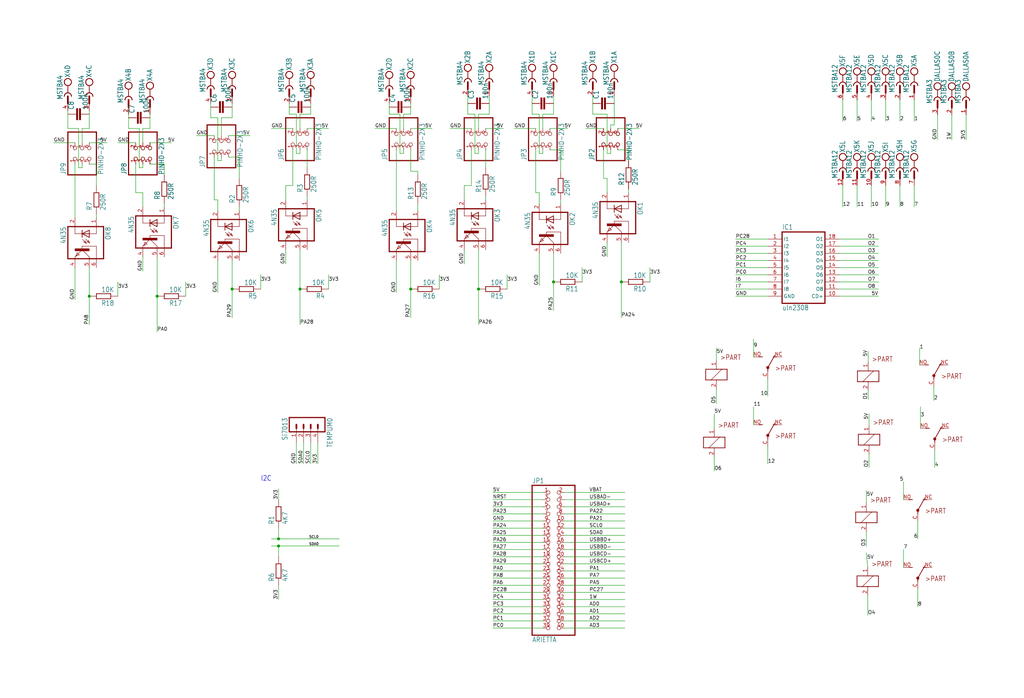
<source format=kicad_sch>
(kicad_sch (version 20220622) (generator eeschema)
  (paper "User" 364.185 248.463)
  (junction (at 31.75 105.41))
  (junction (at 82.55 102.87))
  (junction (at 220.98 100.33))
  (junction (at 170.18 102.87))
  (junction (at 55.88 105.41))
  (junction (at 146.05 102.87))
  (junction (at 99.06 194.31))
  (junction (at 106.68 102.87))
  (junction (at 99.06 191.77))
  (junction (at 196.85 100.33))
  (wire (pts (xy 55.88 105.41) (xy 55.88 118.11)))
  (wire (pts (xy 138.43 40.64) (xy 138.43 38.1)))
  (wire (pts (xy 106.68 88.9) (xy 106.68 102.87)))
  (wire (pts (xy 106.68 45.72) (xy 106.68 40.64)))
  (wire (pts (xy 99.06 194.31) (xy 96.52 194.31)))
  (wire (pts (xy 29.21 58.42) (xy 29.21 59.69)))
  (wire (pts (xy 31.75 45.72) (xy 29.21 45.72)))
  (wire (pts (xy 105.41 157.48) (xy 105.41 165.1)))
  (wire (pts (xy 200.66 210.82) (xy 222.25 210.82)))
  (wire (pts (xy 193.04 187.96) (xy 175.26 187.96)))
  (wire (pts (xy 254.7747 128.2319) (xy 254.7747 123.7869)))
  (wire (pts (xy 77.47 92.71) (xy 77.47 104.14)))
  (wire (pts (xy 29.21 59.69) (xy 27.94 59.69)))
  (wire (pts (xy 78.74 48.26) (xy 78.74 41.91)))
  (wire (pts (xy 109.22 53.34) (xy 109.22 59.69)))
  (wire (pts (xy 53.34 40.64) (xy 53.34 41.91)))
  (wire (pts (xy 146.05 40.64) (xy 146.05 38.1)))
  (wire (pts (xy 298.45 105.41) (xy 312.42 105.41)))
  (wire (pts (xy 172.72 59.69) (xy 172.72 53.34)))
  (wire (pts (xy 29.21 45.72) (xy 29.21 50.8)))
  (wire (pts (xy 143.51 45.72) (xy 143.51 40.64)))
  (wire (pts (xy 49.53 59.69) (xy 50.8 59.69)))
  (wire (pts (xy 48.26 68.58) (xy 48.26 58.42)))
  (wire (pts (xy 273.05 87.63) (xy 261.62 87.63)))
  (wire (pts (xy 82.55 41.91) (xy 82.55 38.1)))
  (wire (pts (xy 193.04 205.74) (xy 175.26 205.74)))
  (wire (pts (xy 196.85 90.17) (xy 196.85 100.33)))
  (wire (pts (xy 273.05 134.62) (xy 273.05 140.97)))
  (wire (pts (xy 104.14 53.34) (xy 104.14 66.04)))
  (wire (pts (xy 50.8 59.69) (xy 50.8 58.42)))
  (wire (pts (xy 172.72 45.72) (xy 179.07 45.72)))
  (wire (pts (xy 166.37 34.29) (xy 166.37 36.83)))
  (wire (pts (xy 26.67 58.42) (xy 26.67 77.47)))
  (wire (pts (xy 190.5 45.72) (xy 182.88 45.72)))
  (wire (pts (xy 314.96 35.56) (xy 314.96 43.18)))
  (wire (pts (xy 219.71 53.34) (xy 223.52 53.34)))
  (wire (pts (xy 172.72 71.12) (xy 172.72 69.85)))
  (wire (pts (xy 220.98 86.36) (xy 220.98 100.33)))
  (wire (pts (xy 193.04 177.8) (xy 175.26 177.8)))
  (wire (pts (xy 223.52 53.34) (xy 223.52 57.15)))
  (wire (pts (xy 321.31 177.8) (xy 321.31 171.45)))
  (wire (pts (xy 168.91 54.61) (xy 168.91 40.64)))
  (wire (pts (xy 106.68 54.61) (xy 105.41 54.61)))
  (wire (pts (xy 140.97 92.71) (xy 140.97 104.14)))
  (wire (pts (xy 27.94 59.69) (xy 27.94 45.72)))
  (wire (pts (xy 77.47 41.91) (xy 74.93 41.91)))
  (wire (pts (xy 106.68 40.64) (xy 110.49 40.64)))
  (wire (pts (xy 207.01 100.33) (xy 207.01 95.25)))
  (wire (pts (xy 189.23 36.83) (xy 189.23 40.64)))
  (wire (pts (xy 26.67 50.8) (xy 19.05 50.8)))
  (wire (pts (xy 105.41 40.64) (xy 102.87 40.64)))
  (wire (pts (xy 142.24 40.64) (xy 138.43 40.64)))
  (wire (pts (xy 27.94 45.72) (xy 24.13 45.72)))
  (wire (pts (xy 193.04 213.36) (xy 175.26 213.36)))
  (wire (pts (xy 214.63 53.34) (xy 214.63 63.5)))
  (wire (pts (xy 53.34 58.42) (xy 58.42 58.42)))
  (wire (pts (xy 173.99 40.64) (xy 173.99 36.83)))
  (wire (pts (xy 170.18 102.87) (xy 170.18 115.57)))
  (wire (pts (xy 195.58 53.34) (xy 199.39 53.34)))
  (wire (pts (xy 156.21 102.87) (xy 156.21 97.79)))
  (wire (pts (xy 193.04 218.44) (xy 175.26 218.44)))
  (wire (pts (xy 332.105 137.4775) (xy 332.105 142.5575)))
  (wire (pts (xy 195.58 45.72) (xy 201.93 45.72)))
  (wire (pts (xy 200.66 213.36) (xy 222.25 213.36)))
  (wire (pts (xy 215.9 54.61) (xy 217.17 54.61)))
  (wire (pts (xy 273.05 97.79) (xy 261.62 97.79)))
  (wire (pts (xy 218.44 44.45) (xy 217.17 44.45)))
  (wire (pts (xy 50.8 91.44) (xy 50.8 96.52)))
  (wire (pts (xy 298.45 90.17) (xy 312.42 90.17)))
  (wire (pts (xy 55.88 91.44) (xy 55.88 105.41)))
  (wire (pts (xy 77.47 57.15) (xy 77.47 41.91)))
  (wire (pts (xy 273.05 102.87) (xy 261.62 102.87)))
  (wire (pts (xy 106.68 102.87) (xy 106.68 115.57)))
  (wire (pts (xy 231.14 100.33) (xy 231.14 95.25)))
  (wire (pts (xy 193.04 200.66) (xy 175.26 200.66)))
  (wire (pts (xy 109.22 45.72) (xy 116.84 45.72)))
  (wire (pts (xy 82.55 102.87) (xy 82.55 113.03)))
  (wire (pts (xy 190.5 68.58) (xy 191.77 68.58)))
  (wire (pts (xy 200.66 205.74) (xy 222.25 205.74)))
  (wire (pts (xy 200.66 187.96) (xy 222.25 187.96)))
  (wire (pts (xy 146.05 60.96) (xy 148.59 60.96)))
  (wire (pts (xy 273.05 95.25) (xy 261.62 95.25)))
  (wire (pts (xy 308.5846 211.9249) (xy 308.6354 218.9734)))
  (wire (pts (xy 167.64 53.34) (xy 167.64 66.04)))
  (wire (pts (xy 148.59 60.96) (xy 148.59 62.23)))
  (wire (pts (xy 273.05 105.41) (xy 261.62 105.41)))
  (wire (pts (xy 165.1 66.04) (xy 165.1 71.12)))
  (wire (pts (xy 166.37 40.64) (xy 166.37 36.83)))
  (wire (pts (xy 173.99 34.29) (xy 173.99 36.83)))
  (wire (pts (xy 170.18 45.72) (xy 170.18 40.64)))
  (wire (pts (xy 193.04 175.26) (xy 175.26 175.26)))
  (wire (pts (xy 273.05 100.33) (xy 261.62 100.33)))
  (wire (pts (xy 325.12 35.56) (xy 325.12 43.18)))
  (wire (pts (xy 41.91 105.41) (xy 41.91 100.33)))
  (wire (pts (xy 200.66 208.28) (xy 222.25 208.28)))
  (wire (pts (xy 82.55 92.71) (xy 82.55 102.87)))
  (wire (pts (xy 77.47 71.12) (xy 77.47 74.93)))
  (wire (pts (xy 110.49 157.48) (xy 110.49 165.1)))
  (wire (pts (xy 200.66 185.42) (xy 222.25 185.42)))
  (wire (pts (xy 50.8 68.58) (xy 50.8 73.66)))
  (wire (pts (xy 99.06 187.96) (xy 99.06 191.77)))
  (wire (pts (xy 81.28 55.88) (xy 85.09 55.88)))
  (wire (pts (xy 85.09 55.88) (xy 85.09 63.5)))
  (wire (pts (xy 332.4225 160.02) (xy 332.4225 166.37)))
  (wire (pts (xy 214.63 45.72) (xy 208.28 45.72)))
  (wire (pts (xy 101.6 66.04) (xy 101.6 71.12)))
  (wire (pts (xy 193.04 210.82) (xy 175.26 210.82)))
  (wire (pts (xy 82.55 38.1) (xy 82.55 36.83)))
  (wire (pts (xy 66.04 105.41) (xy 66.04 100.33)))
  (wire (pts (xy 105.41 54.61) (xy 105.41 40.64)))
  (wire (pts (xy 273.05 158.75) (xy 273.05 165.1)))
  (wire (pts (xy 298.45 92.71) (xy 312.42 92.71)))
  (wire (pts (xy 193.04 223.52) (xy 175.26 223.52)))
  (wire (pts (xy 298.45 85.09) (xy 312.42 85.09)))
  (wire (pts (xy 215.9 40.64) (xy 215.9 54.61)))
  (wire (pts (xy 74.93 41.91) (xy 74.93 38.1)))
  (wire (pts (xy 193.04 193.04) (xy 175.26 193.04)))
  (wire (pts (xy 34.29 58.42) (xy 34.29 66.04)))
  (wire (pts (xy 99.06 177.8) (xy 99.06 173.99)))
  (wire (pts (xy 26.67 95.25) (xy 26.67 106.68)))
  (wire (pts (xy 110.49 36.83) (xy 110.49 38.1)))
  (wire (pts (xy 170.18 53.34) (xy 170.18 54.61)))
  (wire (pts (xy 180.34 102.87) (xy 180.34 97.79)))
  (wire (pts (xy 196.85 100.33) (xy 196.85 110.49)))
  (wire (pts (xy 191.77 40.64) (xy 191.77 54.61)))
  (wire (pts (xy 53.34 45.72) (xy 50.8 45.72)))
  (wire (pts (xy 31.75 50.8) (xy 38.1 50.8)))
  (wire (pts (xy 168.91 40.64) (xy 166.37 40.64)))
  (wire (pts (xy 107.95 157.48) (xy 107.95 165.1)))
  (wire (pts (xy 31.75 58.42) (xy 34.29 58.42)))
  (wire (pts (xy 193.04 45.72) (xy 193.04 40.64)))
  (wire (pts (xy 193.04 54.61) (xy 193.04 53.34)))
  (wire (pts (xy 321.31 201.93) (xy 321.31 195.58)))
  (wire (pts (xy 298.45 97.79) (xy 312.42 97.79)))
  (wire (pts (xy 120.65 194.31) (xy 99.06 194.31)))
  (wire (pts (xy 200.66 220.98) (xy 222.25 220.98)))
  (wire (pts (xy 31.75 40.64) (xy 31.75 45.72)))
  (wire (pts (xy 78.74 41.91) (xy 82.55 41.91)))
  (wire (pts (xy 193.04 198.12) (xy 175.26 198.12)))
  (wire (pts (xy 76.2 55.88) (xy 76.2 71.12)))
  (wire (pts (xy 320.04 66.04) (xy 320.04 73.66)))
  (wire (pts (xy 309.0545 151.384) (xy 309.0545 147.2565)))
  (wire (pts (xy 223.52 68.58) (xy 223.52 67.31)))
  (wire (pts (xy 58.42 73.66) (xy 58.42 72.39)))
  (wire (pts (xy 308.5846 201.7649) (xy 308.0639 196.7103)))
  (wire (pts (xy 273.05 92.71) (xy 261.62 92.71)))
  (wire (pts (xy 298.45 100.33) (xy 312.42 100.33)))
  (wire (pts (xy 142.24 54.61) (xy 142.24 40.64)))
  (wire (pts (xy 146.05 38.1) (xy 146.05 36.83)))
  (wire (pts (xy 254 152.4) (xy 254 147.32)))
  (wire (pts (xy 110.49 40.64) (xy 110.49 38.1)))
  (wire (pts (xy 99.06 198.12) (xy 99.06 194.31)))
  (wire (pts (xy 99.06 208.28) (xy 99.06 213.36)))
  (wire (pts (xy 53.34 50.8) (xy 60.96 50.8)))
  (wire (pts (xy 189.23 40.64) (xy 191.77 40.64)))
  (wire (pts (xy 254 162.56) (xy 254 167.64)))
  (wire (pts (xy 218.44 34.29) (xy 218.44 36.83)))
  (wire (pts (xy 49.53 45.72) (xy 49.53 59.69)))
  (wire (pts (xy 191.77 90.17) (xy 191.77 101.6)))
  (wire (pts (xy 308.1147 179.0319) (xy 308.1147 174.5869)))
  (wire (pts (xy 167.64 45.72) (xy 160.02 45.72)))
  (wire (pts (xy 200.66 200.66) (xy 222.25 200.66)))
  (wire (pts (xy 309.88 35.56) (xy 309.88 43.18)))
  (wire (pts (xy 140.97 53.34) (xy 140.97 74.93)))
  (wire (pts (xy 85.09 74.93) (xy 85.09 73.66)))
  (wire (pts (xy 170.18 40.64) (xy 173.99 40.64)))
  (wire (pts (xy 146.05 45.72) (xy 153.67 45.72)))
  (wire (pts (xy 200.66 175.26) (xy 222.25 175.26)))
  (wire (pts (xy 327.025 129.8575) (xy 327.025 123.825)))
  (wire (pts (xy 146.05 92.71) (xy 146.05 102.87)))
  (wire (pts (xy 109.22 71.12) (xy 109.22 69.85)))
  (wire (pts (xy 101.6 88.9) (xy 101.6 93.98)))
  (wire (pts (xy 210.82 36.83) (xy 210.82 40.64)))
  (wire (pts (xy 210.82 34.29) (xy 210.82 36.83)))
  (wire (pts (xy 50.8 68.58) (xy 48.26 68.58)))
  (wire (pts (xy 104.14 66.04) (xy 101.6 66.04)))
  (wire (pts (xy 191.77 54.61) (xy 193.04 54.61)))
  (wire (pts (xy 76.2 71.12) (xy 77.47 71.12)))
  (wire (pts (xy 74.93 36.83) (xy 74.93 38.1)))
  (wire (pts (xy 146.05 53.34) (xy 146.05 60.96)))
  (wire (pts (xy 298.45 102.87) (xy 312.42 102.87)))
  (wire (pts (xy 343.5731 40.8686) (xy 343.5731 49.7586)))
  (wire (pts (xy 120.65 191.77) (xy 99.06 191.77)))
  (wire (pts (xy 314.96 66.04) (xy 314.96 73.66)))
  (wire (pts (xy 193.04 180.34) (xy 175.26 180.34)))
  (wire (pts (xy 146.05 102.87) (xy 146.05 113.03)))
  (wire (pts (xy 220.98 100.33) (xy 220.98 113.03)))
  (wire (pts (xy 196.85 36.83) (xy 196.85 34.29)))
  (wire (pts (xy 200.66 195.58) (xy 222.25 195.58)))
  (wire (pts (xy 326.39 209.55) (xy 326.39 215.9)))
  (wire (pts (xy 78.74 57.15) (xy 77.47 57.15)))
  (wire (pts (xy 148.59 74.93) (xy 148.59 72.39)))
  (wire (pts (xy 215.9 86.36) (xy 215.9 91.44)))
  (wire (pts (xy 31.75 105.41) (xy 31.75 115.57)))
  (wire (pts (xy 45.72 45.72) (xy 49.53 45.72)))
  (wire (pts (xy 298.45 95.25) (xy 312.42 95.25)))
  (wire (pts (xy 217.17 54.61) (xy 217.17 53.34)))
  (wire (pts (xy 92.71 102.87) (xy 92.71 97.79)))
  (wire (pts (xy 273.05 90.17) (xy 261.62 90.17)))
  (wire (pts (xy 333.4131 40.8686) (xy 333.4131 49.7586)))
  (wire (pts (xy 31.75 95.25) (xy 31.75 105.41)))
  (wire (pts (xy 76.2 48.26) (xy 69.85 48.26)))
  (wire (pts (xy 138.43 36.83) (xy 138.43 38.1)))
  (wire (pts (xy 299.72 66.04) (xy 299.72 73.66)))
  (wire (pts (xy 24.13 45.72) (xy 24.13 40.64)))
  (wire (pts (xy 58.42 58.42) (xy 58.42 62.23)))
  (wire (pts (xy 199.39 72.39) (xy 199.39 71.12)))
  (wire (pts (xy 50.8 45.72) (xy 50.8 50.8)))
  (wire (pts (xy 298.45 87.63) (xy 312.42 87.63)))
  (wire (pts (xy 143.51 53.34) (xy 143.51 54.61)))
  (wire (pts (xy 210.82 40.64) (xy 215.9 40.64)))
  (wire (pts (xy 200.66 223.52) (xy 222.25 223.52)))
  (wire (pts (xy 309.0545 161.544) (xy 309.0545 166.3065)))
  (wire (pts (xy 193.04 190.5) (xy 175.26 190.5)))
  (wire (pts (xy 217.17 44.45) (xy 217.17 45.72)))
  (wire (pts (xy 320.04 35.56) (xy 320.04 43.18)))
  (wire (pts (xy 200.66 198.12) (xy 222.25 198.12)))
  (wire (pts (xy 200.66 193.04) (xy 222.25 193.04)))
  (wire (pts (xy 193.04 185.42) (xy 175.26 185.42)))
  (wire (pts (xy 273.05 85.09) (xy 261.62 85.09)))
  (wire (pts (xy 193.04 215.9) (xy 175.26 215.9)))
  (wire (pts (xy 254.7747 138.3919) (xy 254.7747 143.6116)))
  (wire (pts (xy 326.39 185.42) (xy 326.39 191.77)))
  (wire (pts (xy 193.04 208.28) (xy 175.26 208.28)))
  (wire (pts (xy 78.74 55.88) (xy 78.74 57.15)))
  (wire (pts (xy 325.12 66.04) (xy 325.12 73.66)))
  (wire (pts (xy 116.84 102.87) (xy 116.84 97.79)))
  (wire (pts (xy 167.64 66.04) (xy 165.1 66.04)))
  (wire (pts (xy 34.29 77.47) (xy 34.29 76.2)))
  (wire (pts (xy 140.97 45.72) (xy 133.35 45.72)))
  (wire (pts (xy 193.04 182.88) (xy 175.26 182.88)))
  (wire (pts (xy 215.9 63.5) (xy 215.9 68.58)))
  (wire (pts (xy 214.63 63.5) (xy 215.9 63.5)))
  (wire (pts (xy 45.72 40.64) (xy 45.72 41.91)))
  (wire (pts (xy 200.66 215.9) (xy 222.25 215.9)))
  (wire (pts (xy 45.72 41.91) (xy 45.72 45.72)))
  (wire (pts (xy 218.44 36.83) (xy 218.44 44.45)))
  (wire (pts (xy 308.737 139.0015) (xy 308.737 142.1765)))
  (wire (pts (xy 308.1147 189.1919) (xy 308.1147 194.4116)))
  (wire (pts (xy 24.13 39.37) (xy 24.13 40.64)))
  (wire (pts (xy 170.18 54.61) (xy 168.91 54.61)))
  (wire (pts (xy 200.66 218.44) (xy 222.25 218.44)))
  (wire (pts (xy 165.1 88.9) (xy 165.1 93.98)))
  (wire (pts (xy 200.66 182.88) (xy 222.25 182.88)))
  (wire (pts (xy 200.66 180.34) (xy 222.25 180.34)))
  (wire (pts (xy 104.14 45.72) (xy 96.52 45.72)))
  (wire (pts (xy 193.04 195.58) (xy 175.26 195.58)))
  (wire (pts (xy 113.03 157.48) (xy 113.03 165.1)))
  (wire (pts (xy 106.68 53.34) (xy 106.68 54.61)))
  (wire (pts (xy 327.3425 152.4) (xy 327.3425 144.78)))
  (wire (pts (xy 143.51 40.64) (xy 146.05 40.64)))
  (wire (pts (xy 299.72 35.56) (xy 299.72 43.18)))
  (wire (pts (xy 193.04 40.64) (xy 196.85 40.64)))
  (wire (pts (xy 53.34 41.91) (xy 53.34 45.72)))
  (wire (pts (xy 338.4931 40.8686) (xy 338.4931 49.7586)))
  (wire (pts (xy 102.87 40.64) (xy 102.87 38.1)))
  (wire (pts (xy 191.77 68.58) (xy 191.77 72.39)))
  (wire (pts (xy 193.04 203.2) (xy 175.26 203.2)))
  (wire (pts (xy 31.75 40.64) (xy 31.75 39.37)))
  (wire (pts (xy 219.71 45.72) (xy 227.33 45.72)))
  (wire (pts (xy 200.66 203.2) (xy 222.25 203.2)))
  (wire (pts (xy 309.88 66.04) (xy 309.88 73.66)))
  (wire (pts (xy 143.51 54.61) (xy 142.24 54.61)))
  (wire (pts (xy 102.87 36.83) (xy 102.87 38.1)))
  (wire (pts (xy 196.85 40.64) (xy 196.85 36.83)))
  (wire (pts (xy 190.5 53.34) (xy 190.5 68.58)))
  (wire (pts (xy 81.28 48.26) (xy 88.9 48.26)))
  (wire (pts (xy 193.04 220.98) (xy 175.26 220.98)))
  (wire (pts (xy 304.8 66.04) (xy 304.8 73.66)))
  (wire (pts (xy 48.26 50.8) (xy 41.91 50.8)))
  (wire (pts (xy 200.66 177.8) (xy 222.25 177.8)))
  (wire (pts (xy 200.66 190.5) (xy 222.25 190.5)))
  (wire (pts (xy 304.8 35.56) (xy 304.8 43.18)))
  (wire (pts (xy 267.97 127) (xy 267.97 120.65)))
  (wire (pts (xy 267.97 151.13) (xy 267.97 144.78)))
  (wire (pts (xy 308.737 128.8415) (xy 308.737 125.0315)))
  (wire (pts (xy 170.18 88.9) (xy 170.18 102.87)))
  (wire (pts (xy 189.23 34.29) (xy 189.23 36.83)))
  (wire (pts (xy 199.39 53.34) (xy 199.39 60.96)))
  (wire (pts (xy 99.06 191.77) (xy 96.52 191.77)))
  (text "I2C" (at 92.71 171.45 0) (effects (font (size 1.778 1.5113)) (justify left bottom)))
  (label "GND" (at 26.67 106.68 90) (effects (font (size 1.2446 1.2446))))
  (label "5V" (at 308.3243 199.2376 0) (effects (font (size 1.2446 1.2446))))
  (label "O8" (at 308.61 102.87 0) (effects (font (size 1.2446 1.2446))))
  (label "PC4" (at 175.26 213.36 0) (effects (font (size 1.2446 1.2446))))
  (label "PC27" (at 209.55 210.82 0) (effects (font (size 1.2446 1.2446))))
  (label "4" (at 332.4225 166.37 0) (effects (font (size 1.2446 1.2446))))
  (label "1" (at 325.12 43.18 0) (effects (font (size 1.2446 1.2446))))
  (label "SCL0" (at 109.855 191.77 0) (effects (font (size 0.889 0.889))))
  (label "11" (at 267.97 144.78 0) (effects (font (size 1.2446 1.2446))))
  (label "GND" (at 50.8 96.52 90) (effects (font (size 1.2446 1.2446))))
  (label "O6" (at 308.61 97.79 0) (effects (font (size 1.2446 1.2446))))
  (label "9" (at 314.96 73.66 0) (effects (font (size 1.2446 1.2446))))
  (label "PA0" (at 175.26 203.2 0) (effects (font (size 1.2446 1.2446))))
  (label "AD0" (at 209.55 215.9 0) (effects (font (size 1.2446 1.2446))))
  (label "GND" (at 140.97 104.14 90) (effects (font (size 1.2446 1.2446))))
  (label "O4" (at 308.61 92.71 0) (effects (font (size 1.2446 1.2446))))
  (label "3V3" (at 231.14 97.79 0) (effects (font (size 1.2446 1.2446))))
  (label "10" (at 273.05 140.97 180) (effects (font (size 1.2446 1.2446))))
  (label "12" (at 273.05 165.1 0) (effects (font (size 1.2446 1.2446))))
  (label "O1" (at 308.737 142.1765 90) (effects (font (size 1.2446 1.2446))))
  (label "AD2" (at 209.55 220.98 0) (effects (font (size 1.2446 1.2446))))
  (label "3V3" (at 175.26 180.34 0) (effects (font (size 1.2446 1.2446))))
  (label "PA8" (at 175.26 205.74 0) (effects (font (size 1.2446 1.2446))))
  (label "USBAD+" (at 209.55 180.34 0) (effects (font (size 1.2446 1.2446))))
  (label "GND" (at 208.28 45.72 0) (effects (font (size 1.2446 1.2446))))
  (label "GND" (at 182.88 45.72 0) (effects (font (size 1.2446 1.2446))))
  (label "2" (at 332.105 142.5575 0) (effects (font (size 1.2446 1.2446))))
  (label "GND" (at 333.4131 49.7586 90) (effects (font (size 1.2446 1.2446))))
  (label "3V3" (at 180.34 100.33 0) (effects (font (size 1.2446 1.2446))))
  (label "11" (at 304.8 73.66 0) (effects (font (size 1.2446 1.2446))))
  (label "PC0" (at 175.26 223.52 0) (effects (font (size 1.2446 1.2446))))
  (label "5V" (at 114.3 45.72 0) (effects (font (size 1.2446 1.2446))))
  (label "O3" (at 308.61 90.17 0) (effects (font (size 1.2446 1.2446))))
  (label "6" (at 326.39 191.77 180) (effects (font (size 1.2446 1.2446))))
  (label "3V3" (at 156.21 100.33 0) (effects (font (size 1.2446 1.2446))))
  (label "SDA0" (at 107.95 165.1 90) (effects (font (size 1.2446 1.2446))))
  (label "SCL0" (at 209.55 187.96 0) (effects (font (size 1.2446 1.2446))))
  (label "5" (at 321.31 171.45 180) (effects (font (size 1.2446 1.2446))))
  (label "O5" (at 308.61 95.25 0) (effects (font (size 1.2446 1.2446))))
  (label "3V3" (at 116.84 100.33 0) (effects (font (size 1.2446 1.2446))))
  (label "GND" (at 19.05 50.8 0) (effects (font (size 1.2446 1.2446))))
  (label "USBCD-" (at 209.55 198.12 0) (effects (font (size 1.2446 1.2446))))
  (label "PA7" (at 209.55 205.74 0) (effects (font (size 1.2446 1.2446))))
  (label "PA1" (at 209.55 203.2 0) (effects (font (size 1.2446 1.2446))))
  (label "5V" (at 309.88 105.41 0) (effects (font (size 1.2446 1.2446))))
  (label "O2" (at 309.0545 166.3065 90) (effects (font (size 1.2446 1.2446))))
  (label "VBAT" (at 209.55 175.26 0) (effects (font (size 1.2446 1.2446))))
  (label "1W" (at 338.4931 49.7586 90) (effects (font (size 1.2446 1.2446))))
  (label "O2" (at 308.61 87.63 0) (effects (font (size 1.2446 1.2446))))
  (label "PA26" (at 175.26 193.04 0) (effects (font (size 1.2446 1.2446))))
  (label "PA24" (at 175.26 187.96 0) (effects (font (size 1.2446 1.2446))))
  (label "PA29" (at 82.55 113.03 90) (effects (font (size 1.2446 1.2446))))
  (label "USBBD+" (at 209.55 193.04 0) (effects (font (size 1.2446 1.2446))))
  (label "5V" (at 176.53 45.72 0) (effects (font (size 1.2446 1.2446))))
  (label "3" (at 314.96 43.18 0) (effects (font (size 1.2446 1.2446))))
  (label "8" (at 320.04 73.66 0) (effects (font (size 1.2446 1.2446))))
  (label "PC1" (at 261.62 95.25 0) (effects (font (size 1.2446 1.2446))))
  (label "GND" (at 165.1 93.98 90) (effects (font (size 1.2446 1.2446))))
  (label "PA26" (at 170.18 115.57 0) (effects (font (size 1.2446 1.2446))))
  (label "5V" (at 59.69 50.8 0) (effects (font (size 1.2446 1.2446))))
  (label "8" (at 326.39 215.9 0) (effects (font (size 1.2446 1.2446))))
  (label "PC4" (at 261.62 87.63 0) (effects (font (size 1.2446 1.2446))))
  (label "10" (at 309.88 73.66 0) (effects (font (size 1.2446 1.2446))))
  (label "PA22" (at 209.55 182.88 0) (effects (font (size 1.2446 1.2446))))
  (label "GND" (at 41.91 50.8 0) (effects (font (size 1.2446 1.2446))))
  (label "PC2" (at 175.26 218.44 0) (effects (font (size 1.2446 1.2446))))
  (label "5V" (at 309.0545 149.3203 90) (effects (font (size 1.2446 1.2446))))
  (label "PA28" (at 175.26 198.12 0) (effects (font (size 1.2446 1.2446))))
  (label "PC1" (at 175.26 220.98 0) (effects (font (size 1.2446 1.2446))))
  (label "5V" (at 254.7747 126.0094 0) (effects (font (size 1.2446 1.2446))))
  (label "GND" (at 175.26 185.42 0) (effects (font (size 1.2446 1.2446))))
  (label "5V" (at 254 147.32 0) (effects (font (size 1.2446 1.2446))))
  (label "2" (at 320.04 43.18 0) (effects (font (size 1.2446 1.2446))))
  (label "3V3" (at 207.01 97.79 0) (effects (font (size 1.2446 1.2446))))
  (label "PC28" (at 175.26 210.82 0) (effects (font (size 1.2446 1.2446))))
  (label "PA25" (at 196.85 110.49 90) (effects (font (size 1.2446 1.2446))))
  (label "O7" (at 308.61 100.33 0) (effects (font (size 1.2446 1.2446))))
  (label "3" (at 327.3425 148.59 0) (effects (font (size 1.2446 1.2446))))
  (label "O5" (at 254.7747 143.6116 90) (effects (font (size 1.2446 1.2446))))
  (label "3V3" (at 92.71 100.33 0) (effects (font (size 1.2446 1.2446))))
  (label "USBCD+" (at 209.55 200.66 0) (effects (font (size 1.2446 1.2446))))
  (label "7" (at 325.12 73.66 0) (effects (font (size 1.2446 1.2446))))
  (label "USBBD-" (at 209.55 195.58 0) (effects (font (size 1.2446 1.2446))))
  (label "5V" (at 308.1147 176.8094 0) (effects (font (size 1.2446 1.2446))))
  (label "PC0" (at 261.62 97.79 0) (effects (font (size 1.2446 1.2446))))
  (label "GND" (at 261.62 105.41 0) (effects (font (size 1.2446 1.2446))))
  (label "PA5" (at 209.55 208.28 0) (effects (font (size 1.2446 1.2446))))
  (label "PC3" (at 175.26 215.9 0) (effects (font (size 1.2446 1.2446))))
  (label "GND" (at 215.9 91.44 90) (effects (font (size 1.2446 1.2446))))
  (label "5V" (at 175.26 175.26 0) (effects (font (size 1.2446 1.2446))))
  (label "PA29" (at 175.26 200.66 0) (effects (font (size 1.2446 1.2446))))
  (label "3V3" (at 343.5731 49.7586 90) (effects (font (size 1.2446 1.2446))))
  (label "1" (at 327.025 124.46 0) (effects (font (size 1.2446 1.2446))))
  (label "5V" (at 86.36 48.26 0) (effects (font (size 1.2446 1.2446))))
  (label "5V" (at 226.06 45.72 0) (effects (font (size 1.2446 1.2446))))
  (label "PA6" (at 175.26 208.28 0) (effects (font (size 1.2446 1.2446))))
  (label "3V3" (at 99.06 213.36 90) (effects (font (size 1.2446 1.2446))))
  (label "PA28" (at 106.68 115.57 0) (effects (font (size 1.2446 1.2446))))
  (label "PA23" (at 175.26 182.88 0) (effects (font (size 1.2446 1.2446))))
  (label "3V3" (at 99.06 177.8 90) (effects (font (size 1.2446 1.2446))))
  (label "SDA0" (at 109.855 194.31 0) (effects (font (size 0.889 0.889))))
  (label "5V" (at 35.56 50.8 0) (effects (font (size 1.2446 1.2446))))
  (label "USBAD-" (at 209.55 177.8 0) (effects (font (size 1.2446 1.2446))))
  (label "5" (at 304.8 43.18 0) (effects (font (size 1.2446 1.2446))))
  (label "PA24" (at 220.98 113.03 0) (effects (font (size 1.2446 1.2446))))
  (label "3V3" (at 66.04 102.87 0) (effects (font (size 1.2446 1.2446))))
  (label "GND" (at 191.77 101.6 90) (effects (font (size 1.2446 1.2446))))
  (label "GND" (at 160.02 45.72 0) (effects (font (size 1.2446 1.2446))))
  (label "GND" (at 77.47 104.14 90) (effects (font (size 1.2446 1.2446))))
  (label "O1" (at 308.61 85.09 0) (effects (font (size 1.2446 1.2446))))
  (label "6" (at 299.72 43.18 0) (effects (font (size 1.2446 1.2446))))
  (label "PA27" (at 175.26 195.58 0) (effects (font (size 1.2446 1.2446))))
  (label "I6" (at 261.62 100.33 0) (effects (font (size 1.2446 1.2446))))
  (label "3V3" (at 41.91 102.87 0) (effects (font (size 1.2446 1.2446))))
  (label "5V" (at 308.737 126.9365 90) (effects (font (size 1.2446 1.2446))))
  (label "12" (at 299.72 73.66 0) (effects (font (size 1.2446 1.2446))))
  (label "GND" (at 105.41 165.1 90) (effects (font (size 1.2446 1.2446))))
  (label "9" (at 267.97 123.825 0) (effects (font (size 1.2446 1.2446))))
  (label "GND" (at 96.52 45.72 0) (effects (font (size 1.2446 1.2446))))
  (label "GND" (at 133.35 45.72 0) (effects (font (size 1.2446 1.2446))))
  (label "5V" (at 200.66 45.72 0) (effects (font (size 1.2446 1.2446))))
  (label "AD3" (at 209.55 223.52 0) (effects (font (size 1.2446 1.2446))))
  (label "5V" (at 151.13 45.72 0) (effects (font (size 1.2446 1.2446))))
  (label "NRST" (at 175.26 177.8 0) (effects (font (size 1.2446 1.2446))))
  (label "PA27" (at 146.05 113.03 90) (effects (font (size 1.2446 1.2446))))
  (label "PA21" (at 209.55 185.42 0) (effects (font (size 1.2446 1.2446))))
  (label "3V3" (at 113.03 165.1 90) (effects (font (size 1.2446 1.2446))))
  (label "SDA0" (at 209.55 190.5 0) (effects (font (size 1.2446 1.2446))))
  (label "PA0" (at 55.88 118.11 0) (effects (font (size 1.2446 1.2446))))
  (label "PA25" (at 175.26 190.5 0) (effects (font (size 1.2446 1.2446))))
  (label "O4" (at 308.6354 218.9734 0) (effects (font (size 1.2446 1.2446))))
  (label "GND" (at 69.85 48.26 0) (effects (font (size 1.2446 1.2446))))
  (label "PC28" (at 261.62 85.09 0) (effects (font (size 1.2446 1.2446))))
  (label "7" (at 321.31 195.58 0) (effects (font (size 1.2446 1.2446))))
  (label "O3" (at 308.1147 194.4116 90) (effects (font (size 1.2446 1.2446))))
  (label "PA8" (at 31.75 115.57 90) (effects (font (size 1.2446 1.2446))))
  (label "SCL0" (at 110.49 165.1 90) (effects (font (size 1.2446 1.2446))))
  (label "GND" (at 101.6 93.98 90) (effects (font (size 1.2446 1.2446))))
  (label "AD1" (at 209.55 218.44 0) (effects (font (size 1.2446 1.2446))))
  (label "I7" (at 261.62 102.87 0) (effects (font (size 1.2446 1.2446))))
  (label "1W" (at 209.55 213.36 0) (effects (font (size 1.2446 1.2446))))
  (label "PC2" (at 261.62 92.71 0) (effects (font (size 1.2446 1.2446))))
  (label "O6" (at 254 167.64 0) (effects (font (size 1.2446 1.2446))))
  (label "PC3" (at 261.62 90.17 0) (effects (font (size 1.2446 1.2446))))
  (label "4" (at 309.88 43.18 0) (effects (font (size 1.2446 1.2446))))
  (symbol (lib_id "py-home-slave-eagle-import:R-EU_0204{slash}2V") (at 111.76 102.87 180) (unit 1)
    (default_instance (reference "U") (unit 1) (value "") (footprint ""))
    (property "Reference" "R4" (at 115.57 104.3686 0) (effects (font (size 1.778 1.5113)) (justify left bottom)))
    (property "Value" "10K" (at 115.57 99.568 0) (effects (font (size 1.778 1.5113)) (justify left bottom)))
    (property "Footprint" "py-home-slave:0204V" (effects hide))
  )
  (symbol (lib_id "py-home-slave-eagle-import:MSTBA12") (at 304.8 30.48 270) (unit 5)
    (default_instance (reference "U") (unit 1) (value "") (footprint ""))
    (property "Reference" "X5" (at 305.689 23.876 0) (effects (font (size 1.778 1.5113)) (justify right top)))
    (property "Value" "MSTBA12" (at 300.99 22.86 0) (effects (font (size 1.778 1.5113)) (justify left bottom)))
    (property "Footprint" "py-home-slave:MSTBA12" (effects hide))
  )
  (symbol (lib_id "py-home-slave-eagle-import:MSTBA12") (at 299.72 30.48 270) (unit 6)
    (default_instance (reference "U") (unit 1) (value "") (footprint ""))
    (property "Reference" "X5" (at 300.609 23.876 0) (effects (font (size 1.778 1.5113)) (justify right top)))
    (property "Value" "MSTBA12" (at 295.91 22.86 0) (effects (font (size 1.778 1.5113)) (justify left bottom)))
    (property "Footprint" "py-home-slave:MSTBA12" (effects hide))
  )
  (symbol (lib_id "py-home-slave-eagle-import:R-EU_0204{slash}2V") (at 34.29 71.12 90) (unit 1)
    (default_instance (reference "U") (unit 1) (value "") (footprint ""))
    (property "Reference" "R7" (at 32.7914 74.93 0) (effects (font (size 1.778 1.5113)) (justify left bottom)))
    (property "Value" "250R" (at 37.592 74.93 0) (effects (font (size 1.778 1.5113)) (justify left bottom)))
    (property "Footprint" "py-home-slave:0204V" (effects hide))
  )
  (symbol (lib_id "py-home-slave-eagle-import:MSTBA12") (at 304.8 60.96 270) (unit 11)
    (default_instance (reference "U") (unit 1) (value "") (footprint ""))
    (property "Reference" "X5" (at 305.689 54.356 0) (effects (font (size 1.778 1.5113)) (justify right top)))
    (property "Value" "MSTBA12" (at 300.99 53.34 0) (effects (font (size 1.778 1.5113)) (justify left bottom)))
    (property "Footprint" "py-home-slave:MSTBA12" (effects hide))
  )
  (symbol (lib_id "py-home-slave-eagle-import:MSTBA4") (at 24.13 34.29 270) (unit 4)
    (default_instance (reference "U") (unit 1) (value "") (footprint ""))
    (property "Reference" "X4" (at 25.019 27.686 0) (effects (font (size 1.778 1.5113)) (justify right top)))
    (property "Value" "MSTBA4" (at 20.32 26.67 0) (effects (font (size 1.778 1.5113)) (justify left bottom)))
    (property "Footprint" "py-home-slave:MSTBA4" (effects hide))
  )
  (symbol (lib_id "py-home-slave-eagle-import:MSTBA12") (at 325.12 30.48 270) (unit 1)
    (default_instance (reference "U") (unit 1) (value "") (footprint ""))
    (property "Reference" "X5" (at 326.009 23.876 0) (effects (font (size 1.778 1.5113)) (justify right top)))
    (property "Value" "MSTBA12" (at 321.31 22.86 0) (effects (font (size 1.778 1.5113)) (justify left bottom)))
    (property "Footprint" "py-home-slave:MSTBA12" (effects hide))
  )
  (symbol (lib_id "py-home-slave-eagle-import:R-EU_0204{slash}2V") (at 87.63 102.87 180) (unit 1)
    (default_instance (reference "U") (unit 1) (value "") (footprint ""))
    (property "Reference" "R5" (at 91.44 104.3686 0) (effects (font (size 1.778 1.5113)) (justify left bottom)))
    (property "Value" "10K" (at 91.44 99.568 0) (effects (font (size 1.778 1.5113)) (justify left bottom)))
    (property "Footprint" "py-home-slave:0204V" (effects hide))
  )
  (symbol (lib_id "py-home-slave-eagle-import:ULN2803A") (at 285.75 95.25 0) (unit 1)
    (default_instance (reference "U") (unit 1) (value "") (footprint ""))
    (property "Reference" "IC1" (at 278.13 81.788 0) (effects (font (size 1.778 1.5113)) (justify left bottom)))
    (property "Value" "uln2308" (at 278.13 110.49 0) (effects (font (size 1.778 1.5113)) (justify left bottom)))
    (property "Footprint" "py-home-slave:DIL18" (effects hide))
  )
  (symbol (lib_id "py-home-slave-eagle-import:MSTBA3") (at 333.4131 35.7886 270) (unit 3)
    (default_instance (reference "U") (unit 1) (value "") (footprint ""))
    (property "Reference" "DALLAS0" (at 334.3021 29.1846 0) (effects (font (size 1.778 1.5113)) (justify right top)))
    (property "Value" "MSTBA3" (at 329.6031 28.1686 0) (effects (font (size 1.778 1.5113)) (justify left bottom)))
    (property "Footprint" "py-home-slave:MSTBA3" (effects hide))
  )
  (symbol (lib_id "py-home-slave-eagle-import:MSTBA4") (at 189.23 29.21 270) (unit 4)
    (default_instance (reference "U") (unit 1) (value "") (footprint ""))
    (property "Reference" "X1" (at 190.119 22.606 0) (effects (font (size 1.778 1.5113)) (justify right top)))
    (property "Value" "MSTBA4" (at 185.42 21.59 0) (effects (font (size 1.778 1.5113)) (justify left bottom)))
    (property "Footprint" "py-home-slave:MSTBA4" (effects hide))
  )
  (symbol (lib_id "py-home-slave-eagle-import:R-EU_0204{slash}2V") (at 172.72 64.77 90) (unit 1)
    (default_instance (reference "U") (unit 1) (value "") (footprint ""))
    (property "Reference" "R14" (at 171.2214 68.58 0) (effects (font (size 1.778 1.5113)) (justify left bottom)))
    (property "Value" "250R" (at 176.022 68.58 0) (effects (font (size 1.778 1.5113)) (justify left bottom)))
    (property "Footprint" "py-home-slave:0204V" (effects hide))
  )
  (symbol (lib_id "py-home-slave-eagle-import:PINHD-2X3") (at 217.17 50.8 90) (unit 1)
    (default_instance (reference "U") (unit 1) (value "") (footprint ""))
    (property "Reference" "JP2" (at 211.455 57.15 0) (effects (font (size 1.778 1.5113)) (justify left bottom)))
    (property "Value" "PINHD-2X3" (at 224.79 57.15 0) (effects (font (size 1.778 1.5113)) (justify left bottom)))
    (property "Footprint" "py-home-slave:2X03" (effects hide))
  )
  (symbol (lib_id "py-home-slave-eagle-import:C2,5-3") (at 140.97 38.1 90) (unit 1)
    (default_instance (reference "U") (unit 1) (value "") (footprint ""))
    (property "Reference" "C4" (at 140.589 36.576 0) (effects (font (size 1.778 1.5113)) (justify left bottom)))
    (property "Value" "100n" (at 145.669 36.576 0) (effects (font (size 1.778 1.5113)) (justify left bottom)))
    (property "Footprint" "py-home-slave:C2.5-3" (effects hide))
  )
  (symbol (lib_id "py-home-slave-eagle-import:MSTBA12") (at 314.96 60.96 270) (unit 9)
    (default_instance (reference "U") (unit 1) (value "") (footprint ""))
    (property "Reference" "X5" (at 315.849 54.356 0) (effects (font (size 1.778 1.5113)) (justify right top)))
    (property "Value" "MSTBA12" (at 311.15 53.34 0) (effects (font (size 1.778 1.5113)) (justify left bottom)))
    (property "Footprint" "py-home-slave:MSTBA12" (effects hide))
  )
  (symbol (lib_id "py-home-slave-eagle-import:JS-M1") (at 309.0545 156.464 0) (unit 1)
    (default_instance (reference "U") (unit 1) (value "") (footprint ""))
    (property "Reference" "K2" (effects hide))
    (property "Value" "JS-M1" (effects hide))
    (property "Footprint" "py-home-slave:JS-M" (effects hide))
  )
  (symbol (lib_id "py-home-slave-eagle-import:JS-M1") (at 326.39 207.01 0) (unit 2)
    (default_instance (reference "U") (unit 1) (value "") (footprint ""))
    (property "Reference" "K4" (effects hide))
    (property "Value" "JS-M1" (effects hide))
    (property "Footprint" "py-home-slave:JS-M" (effects hide))
  )
  (symbol (lib_id "py-home-slave-eagle-import:MSTBA4") (at 138.43 31.75 270) (unit 4)
    (default_instance (reference "U") (unit 1) (value "") (footprint ""))
    (property "Reference" "X2" (at 139.319 25.146 0) (effects (font (size 1.778 1.5113)) (justify right top)))
    (property "Value" "MSTBA4" (at 134.62 24.13 0) (effects (font (size 1.778 1.5113)) (justify left bottom)))
    (property "Footprint" "py-home-slave:MSTBA4" (effects hide))
  )
  (symbol (lib_id "py-home-slave-eagle-import:PINHD-2X3") (at 78.74 53.34 90) (unit 1)
    (default_instance (reference "U") (unit 1) (value "") (footprint ""))
    (property "Reference" "JP7" (at 73.025 59.69 0) (effects (font (size 1.778 1.5113)) (justify left bottom)))
    (property "Value" "PINHD-2X3" (at 86.36 59.69 0) (effects (font (size 1.778 1.5113)) (justify left bottom)))
    (property "Footprint" "py-home-slave:2X03" (effects hide))
  )
  (symbol (lib_id "py-home-slave-eagle-import:JS-M1") (at 254 157.48 0) (unit 1)
    (default_instance (reference "U") (unit 1) (value "") (footprint ""))
    (property "Reference" "K6" (effects hide))
    (property "Value" "JS-M1" (effects hide))
    (property "Footprint" "py-home-slave:JS-M" (effects hide))
  )
  (symbol (lib_id "py-home-slave-eagle-import:JS-M1") (at 326.39 182.88 0) (unit 2)
    (default_instance (reference "U") (unit 1) (value "") (footprint ""))
    (property "Reference" "K3" (effects hide))
    (property "Value" "JS-M1" (effects hide))
    (property "Footprint" "py-home-slave:JS-M" (effects hide))
  )
  (symbol (lib_id "py-home-slave-eagle-import:R-EU_0204{slash}2V") (at 109.22 64.77 90) (unit 1)
    (default_instance (reference "U") (unit 1) (value "") (footprint ""))
    (property "Reference" "R3" (at 107.7214 68.58 0) (effects (font (size 1.778 1.5113)) (justify left bottom)))
    (property "Value" "250R" (at 112.522 68.58 0) (effects (font (size 1.778 1.5113)) (justify left bottom)))
    (property "Footprint" "py-home-slave:0204V" (effects hide))
  )
  (symbol (lib_id "py-home-slave-eagle-import:JS-M1") (at 273.05 156.21 0) (unit 2)
    (default_instance (reference "U") (unit 1) (value "") (footprint ""))
    (property "Reference" "K6" (effects hide))
    (property "Value" "JS-M1" (effects hide))
    (property "Footprint" "py-home-slave:JS-M" (effects hide))
  )
  (symbol (lib_id "py-home-slave-eagle-import:MSTBA4") (at 82.55 31.75 270) (unit 3)
    (default_instance (reference "U") (unit 1) (value "") (footprint ""))
    (property "Reference" "X3" (at 83.439 25.146 0) (effects (font (size 1.778 1.5113)) (justify right top)))
    (property "Value" "MSTBA4" (at 78.74 24.13 0) (effects (font (size 1.778 1.5113)) (justify left bottom)))
    (property "Footprint" "py-home-slave:MSTBA4" (effects hide))
  )
  (symbol (lib_id "py-home-slave-eagle-import:4N35") (at 146.05 85.09 270) (unit 1)
    (default_instance (reference "U") (unit 1) (value "") (footprint ""))
    (property "Reference" "OK4" (at 151.765 78.105 0) (effects (font (size 1.778 1.5113)) (justify left bottom)))
    (property "Value" "4N35" (at 135.89 78.105 0) (effects (font (size 1.778 1.5113)) (justify left bottom)))
    (property "Footprint" "py-home-slave:DIL06" (effects hide))
  )
  (symbol (lib_id "py-home-slave-eagle-import:C2,5-3") (at 191.77 36.83 90) (unit 1)
    (default_instance (reference "U") (unit 1) (value "") (footprint ""))
    (property "Reference" "C2" (at 191.389 35.306 0) (effects (font (size 1.778 1.5113)) (justify left bottom)))
    (property "Value" "100n" (at 196.469 35.306 0) (effects (font (size 1.778 1.5113)) (justify left bottom)))
    (property "Footprint" "py-home-slave:C2.5-3" (effects hide))
  )
  (symbol (lib_id "py-home-slave-eagle-import:C2,5-3") (at 26.67 40.64 90) (unit 1)
    (default_instance (reference "U") (unit 1) (value "") (footprint ""))
    (property "Reference" "C8" (at 26.289 39.116 0) (effects (font (size 1.778 1.5113)) (justify left bottom)))
    (property "Value" "100n" (at 31.369 39.116 0) (effects (font (size 1.778 1.5113)) (justify left bottom)))
    (property "Footprint" "py-home-slave:C2.5-3" (effects hide))
  )
  (symbol (lib_id "py-home-slave-eagle-import:R-EU_0204{slash}2V") (at 99.06 203.2 90) (unit 1)
    (default_instance (reference "U") (unit 1) (value "") (footprint ""))
    (property "Reference" "R6" (at 97.5614 207.01 0) (effects (font (size 1.778 1.5113)) (justify left bottom)))
    (property "Value" "4K7" (at 102.362 207.01 0) (effects (font (size 1.778 1.5113)) (justify left bottom)))
    (property "Footprint" "py-home-slave:0204V" (effects hide))
  )
  (symbol (lib_id "py-home-slave-eagle-import:R-EU_0204{slash}2V") (at 201.93 100.33 180) (unit 1)
    (default_instance (reference "U") (unit 1) (value "") (footprint ""))
    (property "Reference" "R11" (at 205.74 101.8286 0) (effects (font (size 1.778 1.5113)) (justify left bottom)))
    (property "Value" "10K" (at 205.74 97.028 0) (effects (font (size 1.778 1.5113)) (justify left bottom)))
    (property "Footprint" "py-home-slave:0204V" (effects hide))
  )
  (symbol (lib_id "py-home-slave-eagle-import:PINHD-2X3") (at 193.04 50.8 90) (unit 1)
    (default_instance (reference "U") (unit 1) (value "") (footprint ""))
    (property "Reference" "JP3" (at 187.325 57.15 0) (effects (font (size 1.778 1.5113)) (justify left bottom)))
    (property "Value" "PINHD-2X3" (at 200.66 57.15 0) (effects (font (size 1.778 1.5113)) (justify left bottom)))
    (property "Footprint" "py-home-slave:2X03" (effects hide))
  )
  (symbol (lib_id "py-home-slave-eagle-import:R-EU_0204{slash}2V") (at 223.52 62.23 90) (unit 1)
    (default_instance (reference "U") (unit 1) (value "") (footprint ""))
    (property "Reference" "R12" (at 222.0214 66.04 0) (effects (font (size 1.778 1.5113)) (justify left bottom)))
    (property "Value" "250R" (at 226.822 66.04 0) (effects (font (size 1.778 1.5113)) (justify left bottom)))
    (property "Footprint" "py-home-slave:0204V" (effects hide))
  )
  (symbol (lib_id "py-home-slave-eagle-import:MSTBA3") (at 343.5731 35.7886 270) (unit 1)
    (default_instance (reference "U") (unit 1) (value "") (footprint ""))
    (property "Reference" "DALLAS0" (at 344.4621 29.1846 0) (effects (font (size 1.778 1.5113)) (justify right top)))
    (property "Value" "MSTBA3" (at 339.7631 28.1686 0) (effects (font (size 1.778 1.5113)) (justify left bottom)))
    (property "Footprint" "py-home-slave:MSTBA3" (effects hide))
  )
  (symbol (lib_id "py-home-slave-eagle-import:R-EU_0204{slash}2V") (at 226.06 100.33 180) (unit 1)
    (default_instance (reference "U") (unit 1) (value "") (footprint ""))
    (property "Reference" "R10" (at 229.87 101.8286 0) (effects (font (size 1.778 1.5113)) (justify left bottom)))
    (property "Value" "10K" (at 229.87 97.028 0) (effects (font (size 1.778 1.5113)) (justify left bottom)))
    (property "Footprint" "py-home-slave:0204V" (effects hide))
  )
  (symbol (lib_id "py-home-slave-eagle-import:JS-M1") (at 308.737 133.9215 0) (unit 1)
    (default_instance (reference "U") (unit 1) (value "") (footprint ""))
    (property "Reference" "K1" (effects hide))
    (property "Value" "JS-M1" (effects hide))
    (property "Footprint" "py-home-slave:JS-M" (effects hide))
  )
  (symbol (lib_id "py-home-slave-eagle-import:JS-M1") (at 273.05 132.08 0) (unit 2)
    (default_instance (reference "U") (unit 1) (value "") (footprint ""))
    (property "Reference" "K5" (effects hide))
    (property "Value" "JS-M1" (effects hide))
    (property "Footprint" "py-home-slave:JS-M" (effects hide))
  )
  (symbol (lib_id "py-home-slave-eagle-import:C2,5-3") (at 77.47 38.1 90) (unit 1)
    (default_instance (reference "U") (unit 1) (value "") (footprint ""))
    (property "Reference" "C6" (at 77.089 36.576 0) (effects (font (size 1.778 1.5113)) (justify left bottom)))
    (property "Value" "100n" (at 82.169 36.576 0) (effects (font (size 1.778 1.5113)) (justify left bottom)))
    (property "Footprint" "py-home-slave:C2.5-3" (effects hide))
  )
  (symbol (lib_id "py-home-slave-eagle-import:4N35") (at 55.88 83.82 270) (unit 1)
    (default_instance (reference "U") (unit 1) (value "") (footprint ""))
    (property "Reference" "OK7" (at 61.595 76.835 0) (effects (font (size 1.778 1.5113)) (justify left bottom)))
    (property "Value" "4N35" (at 45.72 76.835 0) (effects (font (size 1.778 1.5113)) (justify left bottom)))
    (property "Footprint" "py-home-slave:DIL06" (effects hide))
  )
  (symbol (lib_id "py-home-slave-eagle-import:PINHD-2X3") (at 143.51 50.8 90) (unit 1)
    (default_instance (reference "U") (unit 1) (value "") (footprint ""))
    (property "Reference" "JP5" (at 137.795 57.15 0) (effects (font (size 1.778 1.5113)) (justify left bottom)))
    (property "Value" "PINHD-2X3" (at 151.13 57.15 0) (effects (font (size 1.778 1.5113)) (justify left bottom)))
    (property "Footprint" "py-home-slave:2X03" (effects hide))
  )
  (symbol (lib_id "py-home-slave-eagle-import:R-EU_0204{slash}2V") (at 36.83 105.41 180) (unit 1)
    (default_instance (reference "U") (unit 1) (value "") (footprint ""))
    (property "Reference" "R18" (at 40.64 106.9086 0) (effects (font (size 1.778 1.5113)) (justify left bottom)))
    (property "Value" "10K" (at 40.64 102.108 0) (effects (font (size 1.778 1.5113)) (justify left bottom)))
    (property "Footprint" "py-home-slave:0204V" (effects hide))
  )
  (symbol (lib_id "py-home-slave-eagle-import:MSTBA4") (at 196.85 29.21 270) (unit 3)
    (default_instance (reference "U") (unit 1) (value "") (footprint ""))
    (property "Reference" "X1" (at 197.739 22.606 0) (effects (font (size 1.778 1.5113)) (justify right top)))
    (property "Value" "MSTBA4" (at 193.04 21.59 0) (effects (font (size 1.778 1.5113)) (justify left bottom)))
    (property "Footprint" "py-home-slave:MSTBA4" (effects hide))
  )
  (symbol (lib_id "py-home-slave-eagle-import:PINHD-2X3") (at 50.8 55.88 90) (unit 1)
    (default_instance (reference "U") (unit 1) (value "") (footprint ""))
    (property "Reference" "JP8" (at 45.085 62.23 0) (effects (font (size 1.778 1.5113)) (justify left bottom)))
    (property "Value" "PINHD-2X3" (at 58.42 62.23 0) (effects (font (size 1.778 1.5113)) (justify left bottom)))
    (property "Footprint" "py-home-slave:2X03" (effects hide))
  )
  (symbol (lib_id "py-home-slave-eagle-import:R-EU_0204{slash}2V") (at 148.59 67.31 90) (unit 1)
    (default_instance (reference "U") (unit 1) (value "") (footprint ""))
    (property "Reference" "R13" (at 147.0914 71.12 0) (effects (font (size 1.778 1.5113)) (justify left bottom)))
    (property "Value" "250R" (at 151.892 71.12 0) (effects (font (size 1.778 1.5113)) (justify left bottom)))
    (property "Footprint" "py-home-slave:0204V" (effects hide))
  )
  (symbol (lib_id "py-home-slave-eagle-import:MSTBA12") (at 309.88 30.48 270) (unit 4)
    (default_instance (reference "U") (unit 1) (value "") (footprint ""))
    (property "Reference" "X5" (at 310.769 23.876 0) (effects (font (size 1.778 1.5113)) (justify right top)))
    (property "Value" "MSTBA12" (at 306.07 22.86 0) (effects (font (size 1.778 1.5113)) (justify left bottom)))
    (property "Footprint" "py-home-slave:MSTBA12" (effects hide))
  )
  (symbol (lib_id "py-home-slave-eagle-import:MSTBA4") (at 166.37 29.21 270) (unit 2)
    (default_instance (reference "U") (unit 1) (value "") (footprint ""))
    (property "Reference" "X2" (at 167.259 22.606 0) (effects (font (size 1.778 1.5113)) (justify right top)))
    (property "Value" "MSTBA4" (at 162.56 21.59 0) (effects (font (size 1.778 1.5113)) (justify left bottom)))
    (property "Footprint" "py-home-slave:MSTBA4" (effects hide))
  )
  (symbol (lib_id "py-home-slave-eagle-import:JS-M1") (at 332.105 134.9375 0) (unit 2)
    (default_instance (reference "U") (unit 1) (value "") (footprint ""))
    (property "Reference" "K1" (effects hide))
    (property "Value" "JS-M1" (effects hide))
    (property "Footprint" "py-home-slave:JS-M" (effects hide))
  )
  (symbol (lib_id "py-home-slave-eagle-import:JS-M1") (at 254.7747 133.3119 0) (unit 1)
    (default_instance (reference "U") (unit 1) (value "") (footprint ""))
    (property "Reference" "K5" (effects hide))
    (property "Value" "JS-M1" (effects hide))
    (property "Footprint" "py-home-slave:JS-M" (effects hide))
  )
  (symbol (lib_id "py-home-slave-eagle-import:MSTBA4") (at 146.05 31.75 270) (unit 3)
    (default_instance (reference "U") (unit 1) (value "") (footprint ""))
    (property "Reference" "X2" (at 146.939 25.146 0) (effects (font (size 1.778 1.5113)) (justify right top)))
    (property "Value" "MSTBA4" (at 142.24 24.13 0) (effects (font (size 1.778 1.5113)) (justify left bottom)))
    (property "Footprint" "py-home-slave:MSTBA4" (effects hide))
  )
  (symbol (lib_id "py-home-slave-eagle-import:MSTBA4") (at 210.82 29.21 270) (unit 2)
    (default_instance (reference "U") (unit 1) (value "") (footprint ""))
    (property "Reference" "X1" (at 211.709 22.606 0) (effects (font (size 1.778 1.5113)) (justify right top)))
    (property "Value" "MSTBA4" (at 207.01 21.59 0) (effects (font (size 1.778 1.5113)) (justify left bottom)))
    (property "Footprint" "py-home-slave:MSTBA4" (effects hide))
  )
  (symbol (lib_id "py-home-slave-eagle-import:MSTBA12") (at 309.88 60.96 270) (unit 10)
    (default_instance (reference "U") (unit 1) (value "") (footprint ""))
    (property "Reference" "X5" (at 310.769 54.356 0) (effects (font (size 1.778 1.5113)) (justify right top)))
    (property "Value" "MSTBA12" (at 306.07 53.34 0) (effects (font (size 1.778 1.5113)) (justify left bottom)))
    (property "Footprint" "py-home-slave:MSTBA12" (effects hide))
  )
  (symbol (lib_id "py-home-slave-eagle-import:C2,5-3") (at 168.91 36.83 90) (unit 1)
    (default_instance (reference "U") (unit 1) (value "") (footprint ""))
    (property "Reference" "C3" (at 168.529 35.306 0) (effects (font (size 1.778 1.5113)) (justify left bottom)))
    (property "Value" "100n" (at 173.609 35.306 0) (effects (font (size 1.778 1.5113)) (justify left bottom)))
    (property "Footprint" "py-home-slave:C2.5-3" (effects hide))
  )
  (symbol (lib_id "py-home-slave-eagle-import:C2,5-3") (at 48.26 41.91 90) (unit 1)
    (default_instance (reference "U") (unit 1) (value "") (footprint ""))
    (property "Reference" "C7" (at 47.879 40.386 0) (effects (font (size 1.778 1.5113)) (justify left bottom)))
    (property "Value" "100n" (at 52.959 40.386 0) (effects (font (size 1.778 1.5113)) (justify left bottom)))
    (property "Footprint" "py-home-slave:C2.5-3" (effects hide))
  )
  (symbol (lib_id "py-home-slave-eagle-import:MSTBA12") (at 320.04 60.96 270) (unit 8)
    (default_instance (reference "U") (unit 1) (value "") (footprint ""))
    (property "Reference" "X5" (at 320.929 54.356 0) (effects (font (size 1.778 1.5113)) (justify right top)))
    (property "Value" "MSTBA12" (at 316.23 53.34 0) (effects (font (size 1.778 1.5113)) (justify left bottom)))
    (property "Footprint" "py-home-slave:MSTBA12" (effects hide))
  )
  (symbol (lib_id "py-home-slave-eagle-import:PINHD-2X20") (at 195.58 198.12 0) (unit 1)
    (default_instance (reference "U") (unit 1) (value "") (footprint ""))
    (property "Reference" "JP1" (at 189.23 172.085 0) (effects (font (size 1.778 1.5113)) (justify left bottom)))
    (property "Value" "ARIETTA" (at 189.23 228.6 0) (effects (font (size 1.778 1.5113)) (justify left bottom)))
    (property "Footprint" "py-home-slave:2X20" (effects hide))
  )
  (symbol (lib_id "py-home-slave-eagle-import:4N35") (at 31.75 87.63 270) (unit 1)
    (default_instance (reference "U") (unit 1) (value "") (footprint ""))
    (property "Reference" "OK8" (at 37.465 80.645 0) (effects (font (size 1.778 1.5113)) (justify left bottom)))
    (property "Value" "4N35" (at 21.59 80.645 0) (effects (font (size 1.778 1.5113)) (justify left bottom)))
    (property "Footprint" "py-home-slave:DIL06" (effects hide))
  )
  (symbol (lib_id "py-home-slave-eagle-import:R-EU_0204{slash}2V") (at 58.42 67.31 90) (unit 1)
    (default_instance (reference "U") (unit 1) (value "") (footprint ""))
    (property "Reference" "R8" (at 56.9214 71.12 0) (effects (font (size 1.778 1.5113)) (justify left bottom)))
    (property "Value" "250R" (at 61.722 71.12 0) (effects (font (size 1.778 1.5113)) (justify left bottom)))
    (property "Footprint" "py-home-slave:0204V" (effects hide))
  )
  (symbol (lib_id "py-home-slave-eagle-import:MSTBA4") (at 102.87 31.75 270) (unit 2)
    (default_instance (reference "U") (unit 1) (value "") (footprint ""))
    (property "Reference" "X3" (at 103.759 25.146 0) (effects (font (size 1.778 1.5113)) (justify right top)))
    (property "Value" "MSTBA4" (at 99.06 24.13 0) (effects (font (size 1.778 1.5113)) (justify left bottom)))
    (property "Footprint" "py-home-slave:MSTBA4" (effects hide))
  )
  (symbol (lib_id "py-home-slave-eagle-import:R-EU_0204{slash}2V") (at 99.06 182.88 90) (unit 1)
    (default_instance (reference "U") (unit 1) (value "") (footprint ""))
    (property "Reference" "R1" (at 97.5614 186.69 0) (effects (font (size 1.778 1.5113)) (justify left bottom)))
    (property "Value" "4K7" (at 102.362 186.69 0) (effects (font (size 1.778 1.5113)) (justify left bottom)))
    (property "Footprint" "py-home-slave:0204V" (effects hide))
  )
  (symbol (lib_id "py-home-slave-eagle-import:C2,5-3") (at 213.36 36.83 90) (unit 1)
    (default_instance (reference "U") (unit 1) (value "") (footprint ""))
    (property "Reference" "C1" (at 212.979 35.306 0) (effects (font (size 1.778 1.5113)) (justify left bottom)))
    (property "Value" "100n" (at 218.059 35.306 0) (effects (font (size 1.778 1.5113)) (justify left bottom)))
    (property "Footprint" "py-home-slave:C2.5-3" (effects hide))
  )
  (symbol (lib_id "py-home-slave-eagle-import:C2,5-3") (at 105.41 38.1 90) (unit 1)
    (default_instance (reference "U") (unit 1) (value "") (footprint ""))
    (property "Reference" "C5" (at 105.029 36.576 0) (effects (font (size 1.778 1.5113)) (justify left bottom)))
    (property "Value" "100n" (at 110.109 36.576 0) (effects (font (size 1.778 1.5113)) (justify left bottom)))
    (property "Footprint" "py-home-slave:C2.5-3" (effects hide))
  )
  (symbol (lib_id "py-home-slave-eagle-import:MSTBA12") (at 325.12 60.96 270) (unit 7)
    (default_instance (reference "U") (unit 1) (value "") (footprint ""))
    (property "Reference" "X5" (at 326.009 54.356 0) (effects (font (size 1.778 1.5113)) (justify right top)))
    (property "Value" "MSTBA12" (at 321.31 53.34 0) (effects (font (size 1.778 1.5113)) (justify left bottom)))
    (property "Footprint" "py-home-slave:MSTBA12" (effects hide))
  )
  (symbol (lib_id "py-home-slave-eagle-import:PINHD-2X3") (at 170.18 50.8 90) (unit 1)
    (default_instance (reference "U") (unit 1) (value "") (footprint ""))
    (property "Reference" "JP4" (at 164.465 57.15 0) (effects (font (size 1.778 1.5113)) (justify left bottom)))
    (property "Value" "PINHD-2X3" (at 177.8 57.15 0) (effects (font (size 1.778 1.5113)) (justify left bottom)))
    (property "Footprint" "py-home-slave:2X03" (effects hide))
  )
  (symbol (lib_id "py-home-slave-eagle-import:MSTBA4") (at 218.44 29.21 270) (unit 1)
    (default_instance (reference "U") (unit 1) (value "") (footprint ""))
    (property "Reference" "X1" (at 219.329 22.606 0) (effects (font (size 1.778 1.5113)) (justify right top)))
    (property "Value" "MSTBA4" (at 214.63 21.59 0) (effects (font (size 1.778 1.5113)) (justify left bottom)))
    (property "Footprint" "py-home-slave:MSTBA4" (effects hide))
  )
  (symbol (lib_id "py-home-slave-eagle-import:JS-M1") (at 308.5846 206.8449 0) (unit 1)
    (default_instance (reference "U") (unit 1) (value "") (footprint ""))
    (property "Reference" "K4" (effects hide))
    (property "Value" "JS-M1" (effects hide))
    (property "Footprint" "py-home-slave:JS-M" (effects hide))
  )
  (symbol (lib_id "py-home-slave-eagle-import:JS-M1") (at 308.1147 184.1119 0) (unit 1)
    (default_instance (reference "U") (unit 1) (value "") (footprint ""))
    (property "Reference" "K3" (effects hide))
    (property "Value" "JS-M1" (effects hide))
    (property "Footprint" "py-home-slave:JS-M" (effects hide))
  )
  (symbol (lib_id "py-home-slave-eagle-import:JS-M1") (at 332.4225 157.48 0) (unit 2)
    (default_instance (reference "U") (unit 1) (value "") (footprint ""))
    (property "Reference" "K2" (effects hide))
    (property "Value" "JS-M1" (effects hide))
    (property "Footprint" "py-home-slave:JS-M" (effects hide))
  )
  (symbol (lib_id "py-home-slave-eagle-import:R-EU_0204{slash}2V") (at 175.26 102.87 180) (unit 1)
    (default_instance (reference "U") (unit 1) (value "") (footprint ""))
    (property "Reference" "R15" (at 179.07 104.3686 0) (effects (font (size 1.778 1.5113)) (justify left bottom)))
    (property "Value" "10K" (at 179.07 99.568 0) (effects (font (size 1.778 1.5113)) (justify left bottom)))
    (property "Footprint" "py-home-slave:0204V" (effects hide))
  )
  (symbol (lib_id "py-home-slave-eagle-import:MSTBA3") (at 338.4931 35.7886 270) (unit 2)
    (default_instance (reference "U") (unit 1) (value "") (footprint ""))
    (property "Reference" "DALLAS0" (at 339.3821 29.1846 0) (effects (font (size 1.778 1.5113)) (justify right top)))
    (property "Value" "MSTBA3" (at 334.6831 28.1686 0) (effects (font (size 1.778 1.5113)) (justify left bottom)))
    (property "Footprint" "py-home-slave:MSTBA3" (effects hide))
  )
  (symbol (lib_id "py-home-slave-eagle-import:MSTBA4") (at 173.99 29.21 270) (unit 1)
    (default_instance (reference "U") (unit 1) (value "") (footprint ""))
    (property "Reference" "X2" (at 174.879 22.606 0) (effects (font (size 1.778 1.5113)) (justify right top)))
    (property "Value" "MSTBA4" (at 170.18 21.59 0) (effects (font (size 1.778 1.5113)) (justify left bottom)))
    (property "Footprint" "py-home-slave:MSTBA4" (effects hide))
  )
  (symbol (lib_id "py-home-slave-eagle-import:4N35") (at 106.68 81.28 270) (unit 1)
    (default_instance (reference "U") (unit 1) (value "") (footprint ""))
    (property "Reference" "OK5" (at 112.395 74.295 0) (effects (font (size 1.778 1.5113)) (justify left bottom)))
    (property "Value" "4N35" (at 96.52 74.295 0) (effects (font (size 1.778 1.5113)) (justify left bottom)))
    (property "Footprint" "py-home-slave:DIL06" (effects hide))
  )
  (symbol (lib_id "py-home-slave-eagle-import:PINHD-2X3") (at 29.21 55.88 90) (unit 1)
    (default_instance (reference "U") (unit 1) (value "") (footprint ""))
    (property "Reference" "JP9" (at 23.495 62.23 0) (effects (font (size 1.778 1.5113)) (justify left bottom)))
    (property "Value" "PINHD-2X3" (at 36.83 62.23 0) (effects (font (size 1.778 1.5113)) (justify left bottom)))
    (property "Footprint" "py-home-slave:2X03" (effects hide))
  )
  (symbol (lib_id "py-home-slave-eagle-import:4N35") (at 220.98 78.74 270) (unit 1)
    (default_instance (reference "U") (unit 1) (value "") (footprint ""))
    (property "Reference" "OK1" (at 226.695 71.755 0) (effects (font (size 1.778 1.5113)) (justify left bottom)))
    (property "Value" "4N35" (at 210.82 71.755 0) (effects (font (size 1.778 1.5113)) (justify left bottom)))
    (property "Footprint" "py-home-slave:DIL06" (effects hide))
  )
  (symbol (lib_id "py-home-slave-eagle-import:MSTBA4") (at 45.72 35.56 270) (unit 2)
    (default_instance (reference "U") (unit 1) (value "") (footprint ""))
    (property "Reference" "X4" (at 46.609 28.956 0) (effects (font (size 1.778 1.5113)) (justify right top)))
    (property "Value" "MSTBA4" (at 41.91 27.94 0) (effects (font (size 1.778 1.5113)) (justify left bottom)))
    (property "Footprint" "py-home-slave:MSTBA4" (effects hide))
  )
  (symbol (lib_id "py-home-slave-eagle-import:MSTBA4") (at 74.93 31.75 270) (unit 4)
    (default_instance (reference "U") (unit 1) (value "") (footprint ""))
    (property "Reference" "X3" (at 75.819 25.146 0) (effects (font (size 1.778 1.5113)) (justify right top)))
    (property "Value" "MSTBA4" (at 71.12 24.13 0) (effects (font (size 1.778 1.5113)) (justify left bottom)))
    (property "Footprint" "py-home-slave:MSTBA4" (effects hide))
  )
  (symbol (lib_id "py-home-slave-eagle-import:MSTBA4") (at 31.75 34.29 270) (unit 3)
    (default_instance (reference "U") (unit 1) (value "") (footprint ""))
    (property "Reference" "X4" (at 32.639 27.686 0) (effects (font (size 1.778 1.5113)) (justify right top)))
    (property "Value" "MSTBA4" (at 27.94 26.67 0) (effects (font (size 1.778 1.5113)) (justify left bottom)))
    (property "Footprint" "py-home-slave:MSTBA4" (effects hide))
  )
  (symbol (lib_id "py-home-slave-eagle-import:R-EU_0204{slash}2V") (at 199.39 66.04 90) (unit 1)
    (default_instance (reference "U") (unit 1) (value "") (footprint ""))
    (property "Reference" "R9" (at 197.8914 69.85 0) (effects (font (size 1.778 1.5113)) (justify left bottom)))
    (property "Value" "250R" (at 202.692 69.85 0) (effects (font (size 1.778 1.5113)) (justify left bottom)))
    (property "Footprint" "py-home-slave:0204V" (effects hide))
  )
  (symbol (lib_id "py-home-slave-eagle-import:R-EU_0204{slash}2V") (at 60.96 105.41 180) (unit 1)
    (default_instance (reference "U") (unit 1) (value "") (footprint ""))
    (property "Reference" "R17" (at 64.77 106.9086 0) (effects (font (size 1.778 1.5113)) (justify left bottom)))
    (property "Value" "10K" (at 64.77 102.108 0) (effects (font (size 1.778 1.5113)) (justify left bottom)))
    (property "Footprint" "py-home-slave:0204V" (effects hide))
  )
  (symbol (lib_id "py-home-slave-eagle-import:4N35") (at 196.85 82.55 270) (unit 1)
    (default_instance (reference "U") (unit 1) (value "") (footprint ""))
    (property "Reference" "OK2" (at 202.565 75.565 0) (effects (font (size 1.778 1.5113)) (justify left bottom)))
    (property "Value" "4N35" (at 186.69 75.565 0) (effects (font (size 1.778 1.5113)) (justify left bottom)))
    (property "Footprint" "py-home-slave:DIL06" (effects hide))
  )
  (symbol (lib_id "py-home-slave-eagle-import:MSTBA4") (at 53.34 35.56 270) (unit 1)
    (default_instance (reference "U") (unit 1) (value "") (footprint ""))
    (property "Reference" "X4" (at 54.229 28.956 0) (effects (font (size 1.778 1.5113)) (justify right top)))
    (property "Value" "MSTBA4" (at 49.53 27.94 0) (effects (font (size 1.778 1.5113)) (justify left bottom)))
    (property "Footprint" "py-home-slave:MSTBA4" (effects hide))
  )
  (symbol (lib_id "py-home-slave-eagle-import:MA04-1") (at 110.49 149.86 270) (unit 1)
    (default_instance (reference "U") (unit 1) (value "") (footprint ""))
    (property "Reference" "TEMPUM0" (at 116.332 148.59 0) (effects (font (size 1.778 1.5113)) (justify left bottom)))
    (property "Value" "Si7013" (at 100.33 148.59 0) (effects (font (size 1.778 1.5113)) (justify left bottom)))
    (property "Footprint" "py-home-slave:MA04-1" (effects hide))
  )
  (symbol (lib_id "py-home-slave-eagle-import:MSTBA12") (at 320.04 30.48 270) (unit 2)
    (default_instance (reference "U") (unit 1) (value "") (footprint ""))
    (property "Reference" "X5" (at 320.929 23.876 0) (effects (font (size 1.778 1.5113)) (justify right top)))
    (property "Value" "MSTBA12" (at 316.23 22.86 0) (effects (font (size 1.778 1.5113)) (justify left bottom)))
    (property "Footprint" "py-home-slave:MSTBA12" (effects hide))
  )
  (symbol (lib_id "py-home-slave-eagle-import:R-EU_0204{slash}2V") (at 85.09 68.58 90) (unit 1)
    (default_instance (reference "U") (unit 1) (value "") (footprint ""))
    (property "Reference" "R2" (at 83.5914 72.39 0) (effects (font (size 1.778 1.5113)) (justify left bottom)))
    (property "Value" "250R" (at 88.392 72.39 0) (effects (font (size 1.778 1.5113)) (justify left bottom)))
    (property "Footprint" "py-home-slave:0204V" (effects hide))
  )
  (symbol (lib_id "py-home-slave-eagle-import:PINHD-2X3") (at 106.68 50.8 90) (unit 1)
    (default_instance (reference "U") (unit 1) (value "") (footprint ""))
    (property "Reference" "JP6" (at 100.965 57.15 0) (effects (font (size 1.778 1.5113)) (justify left bottom)))
    (property "Value" "PINHD-2X3" (at 114.3 57.15 0) (effects (font (size 1.778 1.5113)) (justify left bottom)))
    (property "Footprint" "py-home-slave:2X03" (effects hide))
  )
  (symbol (lib_id "py-home-slave-eagle-import:MSTBA4") (at 110.49 31.75 270) (unit 1)
    (default_instance (reference "U") (unit 1) (value "") (footprint ""))
    (property "Reference" "X3" (at 111.379 25.146 0) (effects (font (size 1.778 1.5113)) (justify right top)))
    (property "Value" "MSTBA4" (at 106.68 24.13 0) (effects (font (size 1.778 1.5113)) (justify left bottom)))
    (property "Footprint" "py-home-slave:MSTBA4" (effects hide))
  )
  (symbol (lib_id "py-home-slave-eagle-import:MSTBA12") (at 314.96 30.48 270) (unit 3)
    (default_instance (reference "U") (unit 1) (value "") (footprint ""))
    (property "Reference" "X5" (at 315.849 23.876 0) (effects (font (size 1.778 1.5113)) (justify right top)))
    (property "Value" "MSTBA12" (at 311.15 22.86 0) (effects (font (size 1.778 1.5113)) (justify left bottom)))
    (property "Footprint" "py-home-slave:MSTBA12" (effects hide))
  )
  (symbol (lib_id "py-home-slave-eagle-import:R-EU_0204{slash}2V") (at 151.13 102.87 180) (unit 1)
    (default_instance (reference "U") (unit 1) (value "") (footprint ""))
    (property "Reference" "R16" (at 154.94 104.3686 0) (effects (font (size 1.778 1.5113)) (justify left bottom)))
    (property "Value" "10K" (at 154.94 99.568 0) (effects (font (size 1.778 1.5113)) (justify left bottom)))
    (property "Footprint" "py-home-slave:0204V" (effects hide))
  )
  (symbol (lib_id "py-home-slave-eagle-import:MSTBA12") (at 299.72 60.96 270) (unit 12)
    (default_instance (reference "U") (unit 1) (value "") (footprint ""))
    (property "Reference" "X5" (at 300.609 54.356 0) (effects (font (size 1.778 1.5113)) (justify right top)))
    (property "Value" "MSTBA12" (at 295.91 53.34 0) (effects (font (size 1.778 1.5113)) (justify left bottom)))
    (property "Footprint" "py-home-slave:MSTBA12" (effects hide))
  )
  (symbol (lib_id "py-home-slave-eagle-import:4N35") (at 170.18 81.28 270) (unit 1)
    (default_instance (reference "U") (unit 1) (value "") (footprint ""))
    (property "Reference" "OK3" (at 175.895 74.295 0) (effects (font (size 1.778 1.5113)) (justify left bottom)))
    (property "Value" "4N35" (at 160.02 74.295 0) (effects (font (size 1.778 1.5113)) (justify left bottom)))
    (property "Footprint" "py-home-slave:DIL06" (effects hide))
  )
  (symbol (lib_id "py-home-slave-eagle-import:4N35") (at 82.55 85.09 270) (unit 1)
    (default_instance (reference "U") (unit 1) (value "") (footprint ""))
    (property "Reference" "OK6" (at 88.265 78.105 0) (effects (font (size 1.778 1.5113)) (justify left bottom)))
    (property "Value" "4N35" (at 72.39 78.105 0) (effects (font (size 1.778 1.5113)) (justify left bottom)))
    (property "Footprint" "py-home-slave:DIL06" (effects hide))
  )
)
</source>
